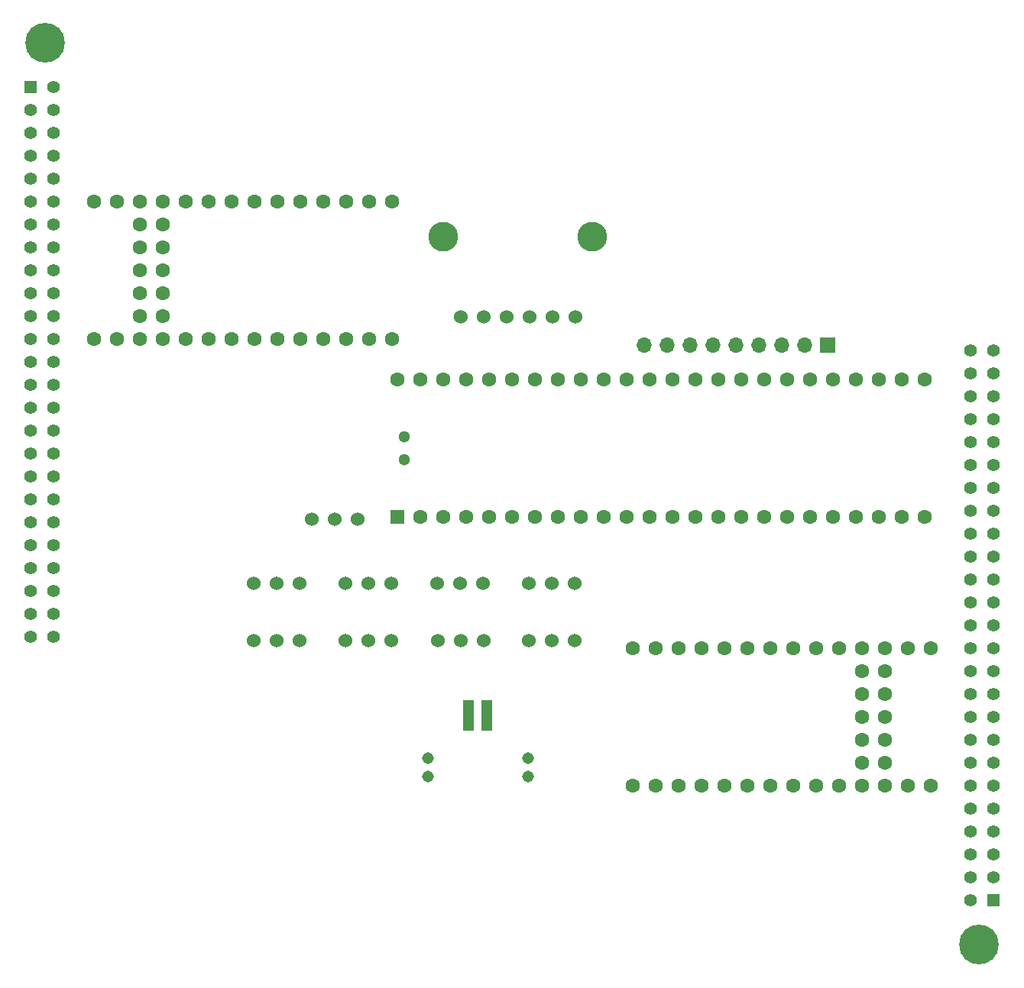
<source format=gbr>
%TF.GenerationSoftware,KiCad,Pcbnew,(6.0.5)*%
%TF.CreationDate,2022-07-10T16:44:07-04:00*%
%TF.ProjectId,64-STEPPER-CONTROLLER,36342d53-5445-4505-9045-522d434f4e54,rev?*%
%TF.SameCoordinates,Original*%
%TF.FileFunction,Soldermask,Top*%
%TF.FilePolarity,Negative*%
%FSLAX46Y46*%
G04 Gerber Fmt 4.6, Leading zero omitted, Abs format (unit mm)*
G04 Created by KiCad (PCBNEW (6.0.5)) date 2022-07-10 16:44:07*
%MOMM*%
%LPD*%
G01*
G04 APERTURE LIST*
%ADD10C,1.524000*%
%ADD11R,1.600000X1.600000*%
%ADD12C,1.600000*%
%ADD13C,1.300000*%
%ADD14C,3.300000*%
%ADD15C,4.400000*%
%ADD16R,1.250000X3.500000*%
%ADD17C,1.308000*%
%ADD18R,1.700000X1.700000*%
%ADD19O,1.700000X1.700000*%
%ADD20R,1.390000X1.390000*%
%ADD21C,1.390000*%
G04 APERTURE END LIST*
D10*
%TO.C,J3*%
X123115000Y-95040000D03*
X120575000Y-95040000D03*
X118035000Y-95040000D03*
%TD*%
D11*
%TO.C,U3*%
X133985000Y-87630000D03*
D12*
X136525000Y-87630000D03*
X139065000Y-87630000D03*
X141605000Y-87630000D03*
X144145000Y-87630000D03*
X146685000Y-87630000D03*
X149225000Y-87630000D03*
X151765000Y-87630000D03*
X154305000Y-87630000D03*
X156845000Y-87630000D03*
X159385000Y-87630000D03*
X161925000Y-87630000D03*
X164465000Y-87630000D03*
X167005000Y-87630000D03*
X169545000Y-87630000D03*
X172085000Y-87630000D03*
X174625000Y-87630000D03*
X177165000Y-87630000D03*
X179705000Y-87630000D03*
X182245000Y-87630000D03*
X184785000Y-87630000D03*
X187325000Y-87630000D03*
X189865000Y-87630000D03*
X192405000Y-87630000D03*
X192405000Y-72390000D03*
X189865000Y-72390000D03*
X187325000Y-72390000D03*
X184785000Y-72390000D03*
X182245000Y-72390000D03*
X179705000Y-72390000D03*
X177165000Y-72390000D03*
X174625000Y-72390000D03*
X172085000Y-72390000D03*
X169545000Y-72390000D03*
X167005000Y-72390000D03*
X164465000Y-72390000D03*
X161925000Y-72390000D03*
X159385000Y-72390000D03*
X156845000Y-72390000D03*
X154305000Y-72390000D03*
X151765000Y-72390000D03*
X149225000Y-72390000D03*
X146685000Y-72390000D03*
X144145000Y-72390000D03*
X141605000Y-72390000D03*
X139065000Y-72390000D03*
X136525000Y-72390000D03*
X133985000Y-72390000D03*
D13*
X134715000Y-78740000D03*
X134715000Y-81280000D03*
%TD*%
D10*
%TO.C,J7*%
X123115000Y-101390000D03*
X120575000Y-101390000D03*
X118035000Y-101390000D03*
%TD*%
%TO.C,J6*%
X153595000Y-95040000D03*
X151055000Y-95040000D03*
X148515000Y-95040000D03*
%TD*%
D12*
%TO.C,U4*%
X133350000Y-52705000D03*
X130810000Y-52705000D03*
X128270000Y-52705000D03*
X125730000Y-52705000D03*
X123190000Y-52705000D03*
X120650000Y-52705000D03*
X118110000Y-52705000D03*
X115570000Y-52705000D03*
X113030000Y-52705000D03*
X110490000Y-52705000D03*
X107950000Y-52705000D03*
X105410000Y-52705000D03*
X102870000Y-52705000D03*
X100330000Y-52705000D03*
X100330000Y-67945000D03*
X102870000Y-67945000D03*
X105410000Y-67945000D03*
X107950000Y-67945000D03*
X110490000Y-67945000D03*
X113030000Y-67945000D03*
X115570000Y-67945000D03*
X118110000Y-67945000D03*
X120650000Y-67945000D03*
X123190000Y-67945000D03*
X125730000Y-67945000D03*
X128270000Y-67945000D03*
X130810000Y-67945000D03*
X133350000Y-67945000D03*
X105410000Y-65405000D03*
X107950000Y-65405000D03*
X105410000Y-62865000D03*
X107950000Y-62865000D03*
X105410000Y-60325000D03*
X107950000Y-60325000D03*
X105410000Y-57785000D03*
X107950000Y-57785000D03*
X105410000Y-55245000D03*
X107950000Y-55245000D03*
%TD*%
D10*
%TO.C,U2*%
X153670000Y-65470000D03*
X151130000Y-65470000D03*
X148590000Y-65470000D03*
X146050000Y-65470000D03*
X143510000Y-65470000D03*
X140970000Y-65470000D03*
D14*
X155575000Y-56580000D03*
X139065000Y-56580000D03*
%TD*%
D15*
%TO.C,J15*%
X198424800Y-135077200D03*
%TD*%
D10*
%TO.C,J11*%
X153595000Y-101390000D03*
X151055000Y-101390000D03*
X148515000Y-101390000D03*
%TD*%
%TO.C,J12*%
X124460000Y-87884000D03*
X127000000Y-87884000D03*
X129540000Y-87884000D03*
%TD*%
D16*
%TO.C,J10*%
X141875000Y-109680000D03*
X143875000Y-109680000D03*
D17*
X137325000Y-114430000D03*
X137325000Y-116430000D03*
X148425000Y-114430000D03*
X148425000Y-116430000D03*
%TD*%
D10*
%TO.C,J8*%
X133275000Y-101390000D03*
X130735000Y-101390000D03*
X128195000Y-101390000D03*
%TD*%
%TO.C,J4*%
X133275000Y-95040000D03*
X130735000Y-95040000D03*
X128195000Y-95040000D03*
%TD*%
%TO.C,J5*%
X143435000Y-95040000D03*
X140895000Y-95040000D03*
X138355000Y-95040000D03*
%TD*%
D12*
%TO.C,U1*%
X160020000Y-117475000D03*
X162560000Y-117475000D03*
X165100000Y-117475000D03*
X167640000Y-117475000D03*
X170180000Y-117475000D03*
X172720000Y-117475000D03*
X175260000Y-117475000D03*
X177800000Y-117475000D03*
X180340000Y-117475000D03*
X182880000Y-117475000D03*
X185420000Y-117475000D03*
X187960000Y-117475000D03*
X190500000Y-117475000D03*
X193040000Y-117475000D03*
X193040000Y-102235000D03*
X190500000Y-102235000D03*
X187960000Y-102235000D03*
X185420000Y-102235000D03*
X182880000Y-102235000D03*
X180340000Y-102235000D03*
X177800000Y-102235000D03*
X175260000Y-102235000D03*
X172720000Y-102235000D03*
X170180000Y-102235000D03*
X167640000Y-102235000D03*
X165100000Y-102235000D03*
X162560000Y-102235000D03*
X160020000Y-102235000D03*
X187960000Y-104775000D03*
X185420000Y-104775000D03*
X187960000Y-107315000D03*
X185420000Y-107315000D03*
X187960000Y-109855000D03*
X185420000Y-109855000D03*
X187960000Y-112395000D03*
X185420000Y-112395000D03*
X187960000Y-114935000D03*
X185420000Y-114935000D03*
%TD*%
D18*
%TO.C,J13*%
X181610000Y-68580000D03*
D19*
X179070000Y-68580000D03*
X176530000Y-68580000D03*
X173990000Y-68580000D03*
X171450000Y-68580000D03*
X168910000Y-68580000D03*
X166370000Y-68580000D03*
X163830000Y-68580000D03*
X161290000Y-68580000D03*
%TD*%
D10*
%TO.C,J9*%
X143510000Y-101390000D03*
X140970000Y-101390000D03*
X138430000Y-101390000D03*
%TD*%
D15*
%TO.C,J14*%
X94945200Y-35102800D03*
%TD*%
D20*
%TO.C,J2*%
X93345000Y-40005000D03*
D21*
X95885000Y-40005000D03*
X93345000Y-42545000D03*
X95885000Y-42545000D03*
X93345000Y-45085000D03*
X95885000Y-45085000D03*
X93345000Y-47625000D03*
X95885000Y-47625000D03*
X93345000Y-50165000D03*
X95885000Y-50165000D03*
X93345000Y-52705000D03*
X95885000Y-52705000D03*
X93345000Y-55245000D03*
X95885000Y-55245000D03*
X93345000Y-57785000D03*
X95885000Y-57785000D03*
X93345000Y-60325000D03*
X95885000Y-60325000D03*
X93345000Y-62865000D03*
X95885000Y-62865000D03*
X93345000Y-65405000D03*
X95885000Y-65405000D03*
X93345000Y-67945000D03*
X95885000Y-67945000D03*
X93345000Y-70485000D03*
X95885000Y-70485000D03*
X93345000Y-73025000D03*
X95885000Y-73025000D03*
X93345000Y-75565000D03*
X95885000Y-75565000D03*
X93345000Y-78105000D03*
X95885000Y-78105000D03*
X93345000Y-80645000D03*
X95885000Y-80645000D03*
X93345000Y-83185000D03*
X95885000Y-83185000D03*
X93345000Y-85725000D03*
X95885000Y-85725000D03*
X93345000Y-88265000D03*
X95885000Y-88265000D03*
X93345000Y-90805000D03*
X95885000Y-90805000D03*
X93345000Y-93345000D03*
X95885000Y-93345000D03*
X93345000Y-95885000D03*
X95885000Y-95885000D03*
X93345000Y-98425000D03*
X95885000Y-98425000D03*
X93345000Y-100965000D03*
X95885000Y-100965000D03*
%TD*%
D20*
%TO.C,J1*%
X200025000Y-130175000D03*
D21*
X197485000Y-130175000D03*
X200025000Y-127635000D03*
X197485000Y-127635000D03*
X200025000Y-125095000D03*
X197485000Y-125095000D03*
X200025000Y-122555000D03*
X197485000Y-122555000D03*
X200025000Y-120015000D03*
X197485000Y-120015000D03*
X200025000Y-117475000D03*
X197485000Y-117475000D03*
X200025000Y-114935000D03*
X197485000Y-114935000D03*
X200025000Y-112395000D03*
X197485000Y-112395000D03*
X200025000Y-109855000D03*
X197485000Y-109855000D03*
X200025000Y-107315000D03*
X197485000Y-107315000D03*
X200025000Y-104775000D03*
X197485000Y-104775000D03*
X200025000Y-102235000D03*
X197485000Y-102235000D03*
X200025000Y-99695000D03*
X197485000Y-99695000D03*
X200025000Y-97155000D03*
X197485000Y-97155000D03*
X200025000Y-94615000D03*
X197485000Y-94615000D03*
X200025000Y-92075000D03*
X197485000Y-92075000D03*
X200025000Y-89535000D03*
X197485000Y-89535000D03*
X200025000Y-86995000D03*
X197485000Y-86995000D03*
X200025000Y-84455000D03*
X197485000Y-84455000D03*
X200025000Y-81915000D03*
X197485000Y-81915000D03*
X200025000Y-79375000D03*
X197485000Y-79375000D03*
X200025000Y-76835000D03*
X197485000Y-76835000D03*
X200025000Y-74295000D03*
X197485000Y-74295000D03*
X200025000Y-71755000D03*
X197485000Y-71755000D03*
X200025000Y-69215000D03*
X197485000Y-69215000D03*
%TD*%
M02*

</source>
